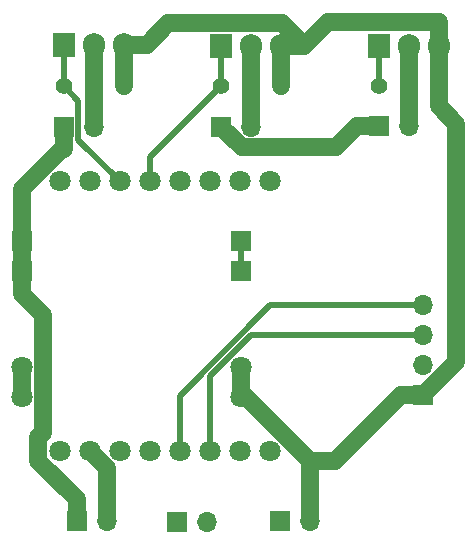
<source format=gbr>
G04 #@! TF.GenerationSoftware,KiCad,Pcbnew,(5.0.0)*
G04 #@! TF.CreationDate,2018-09-13T14:36:50-04:00*
G04 #@! TF.ProjectId,ClockClock,436C6F636B436C6F636B2E6B69636164,v1*
G04 #@! TF.SameCoordinates,Original*
G04 #@! TF.FileFunction,Copper,L1,Top,Signal*
G04 #@! TF.FilePolarity,Positive*
%FSLAX46Y46*%
G04 Gerber Fmt 4.6, Leading zero omitted, Abs format (unit mm)*
G04 Created by KiCad (PCBNEW (5.0.0)) date 09/13/18 14:36:50*
%MOMM*%
%LPD*%
G01*
G04 APERTURE LIST*
G04 #@! TA.AperFunction,ComponentPad*
%ADD10O,1.700000X1.700000*%
G04 #@! TD*
G04 #@! TA.AperFunction,ComponentPad*
%ADD11R,1.700000X1.700000*%
G04 #@! TD*
G04 #@! TA.AperFunction,ComponentPad*
%ADD12C,1.800000*%
G04 #@! TD*
G04 #@! TA.AperFunction,ComponentPad*
%ADD13R,1.800000X1.800000*%
G04 #@! TD*
G04 #@! TA.AperFunction,ComponentPad*
%ADD14O,1.400000X1.400000*%
G04 #@! TD*
G04 #@! TA.AperFunction,ComponentPad*
%ADD15C,1.400000*%
G04 #@! TD*
G04 #@! TA.AperFunction,ComponentPad*
%ADD16O,1.905000X2.000000*%
G04 #@! TD*
G04 #@! TA.AperFunction,ComponentPad*
%ADD17R,1.905000X2.000000*%
G04 #@! TD*
G04 #@! TA.AperFunction,Conductor*
%ADD18C,1.500000*%
G04 #@! TD*
G04 #@! TA.AperFunction,Conductor*
%ADD19C,0.500000*%
G04 #@! TD*
G04 APERTURE END LIST*
D10*
G04 #@! TO.P,J1,4*
G04 #@! TO.N,Net-(J1-Pad4)*
X110159000Y-138316000D03*
G04 #@! TO.P,J1,3*
G04 #@! TO.N,Net-(J1-Pad3)*
X110159000Y-140856000D03*
G04 #@! TO.P,J1,2*
G04 #@! TO.N,Net-(J1-Pad2)*
X110159000Y-143396000D03*
D11*
G04 #@! TO.P,J1,1*
G04 #@! TO.N,GND*
X110159000Y-145936000D03*
G04 #@! TD*
D12*
G04 #@! TO.P,U2,8*
G04 #@! TO.N,Net-(U2-Pad8)*
X97225000Y-150687000D03*
G04 #@! TO.P,U2,9*
G04 #@! TO.N,Net-(U2-Pad9)*
X97225000Y-127827000D03*
G04 #@! TO.P,U2,7*
G04 #@! TO.N,Net-(U2-Pad7)*
X94685000Y-150687000D03*
G04 #@! TO.P,U2,10*
G04 #@! TO.N,Net-(U2-Pad10)*
X94685000Y-127827000D03*
G04 #@! TO.P,U2,6*
G04 #@! TO.N,Net-(J1-Pad3)*
X92145000Y-150687000D03*
G04 #@! TO.P,U2,11*
G04 #@! TO.N,Net-(U2-Pad11)*
X92145000Y-127827000D03*
G04 #@! TO.P,U2,5*
G04 #@! TO.N,Net-(J1-Pad4)*
X89605000Y-150687000D03*
G04 #@! TO.P,U2,12*
G04 #@! TO.N,Net-(LED1-Pad1)*
X89605000Y-127827000D03*
G04 #@! TO.P,U2,4*
G04 #@! TO.N,Net-(J7-Pad1)*
X87065000Y-150687000D03*
G04 #@! TO.P,U2,13*
G04 #@! TO.N,Net-(Q2-Pad1)*
X87065000Y-127827000D03*
G04 #@! TO.P,U2,3*
G04 #@! TO.N,Net-(U2-Pad3)*
X84525000Y-150687000D03*
G04 #@! TO.P,U2,14*
G04 #@! TO.N,Net-(BUZZ1-Pad1)*
X84525000Y-127827000D03*
G04 #@! TO.P,U2,2*
G04 #@! TO.N,GND*
X81985000Y-150687000D03*
G04 #@! TO.P,U2,15*
G04 #@! TO.N,Net-(U2-Pad15)*
X81985000Y-127827000D03*
G04 #@! TO.P,U2,1*
G04 #@! TO.N,Net-(U2-Pad1)*
X79445000Y-150687000D03*
G04 #@! TO.P,U2,16*
G04 #@! TO.N,Net-(J1-Pad2)*
X79445000Y-127827000D03*
G04 #@! TD*
D13*
G04 #@! TO.P,U1,7*
G04 #@! TO.N,+12V*
X76229000Y-132896000D03*
G04 #@! TO.P,U1,5*
X76229000Y-135436000D03*
G04 #@! TO.P,U1,6*
G04 #@! TO.N,Net-(J2-Pad1)*
X94771000Y-135436000D03*
G04 #@! TO.P,U1,8*
X94771000Y-132896000D03*
D12*
G04 #@! TO.P,U1,3*
G04 #@! TO.N,GND*
X76229000Y-143564000D03*
G04 #@! TO.P,U1,1*
X76229000Y-146104000D03*
G04 #@! TO.P,U1,4*
X94771000Y-143564000D03*
G04 #@! TO.P,U1,2*
X94771000Y-146104000D03*
G04 #@! TD*
D10*
G04 #@! TO.P,J5,2*
G04 #@! TO.N,Net-(J5-Pad2)*
X109015000Y-123092000D03*
D11*
G04 #@! TO.P,J5,1*
G04 #@! TO.N,+12V*
X106475000Y-123092000D03*
G04 #@! TD*
D10*
G04 #@! TO.P,J4,2*
G04 #@! TO.N,Net-(J4-Pad2)*
X95631000Y-123190000D03*
D11*
G04 #@! TO.P,J4,1*
G04 #@! TO.N,+12V*
X93091000Y-123190000D03*
G04 #@! TD*
D10*
G04 #@! TO.P,J3,2*
G04 #@! TO.N,Net-(J3-Pad2)*
X82296000Y-123190000D03*
D11*
G04 #@! TO.P,J3,1*
G04 #@! TO.N,+12V*
X79756000Y-123190000D03*
G04 #@! TD*
D10*
G04 #@! TO.P,J2,2*
G04 #@! TO.N,Net-(J1-Pad2)*
X91858600Y-156659000D03*
D11*
G04 #@! TO.P,J2,1*
G04 #@! TO.N,Net-(J2-Pad1)*
X89318600Y-156659000D03*
G04 #@! TD*
D14*
G04 #@! TO.P,BUZZ1,2*
G04 #@! TO.N,GND*
X84843900Y-119761000D03*
D15*
G04 #@! TO.P,BUZZ1,1*
G04 #@! TO.N,Net-(BUZZ1-Pad1)*
X79763900Y-119761000D03*
G04 #@! TD*
D14*
G04 #@! TO.P,LED1,2*
G04 #@! TO.N,GND*
X111555000Y-119761000D03*
D15*
G04 #@! TO.P,LED1,1*
G04 #@! TO.N,Net-(LED1-Pad1)*
X106475000Y-119761000D03*
G04 #@! TD*
D16*
G04 #@! TO.P,Q1,3*
G04 #@! TO.N,GND*
X84843900Y-116274000D03*
G04 #@! TO.P,Q1,2*
G04 #@! TO.N,Net-(J3-Pad2)*
X82303900Y-116274000D03*
D17*
G04 #@! TO.P,Q1,1*
G04 #@! TO.N,Net-(BUZZ1-Pad1)*
X79763900Y-116274000D03*
G04 #@! TD*
D16*
G04 #@! TO.P,Q2,3*
G04 #@! TO.N,GND*
X98163100Y-116326000D03*
G04 #@! TO.P,Q2,2*
G04 #@! TO.N,Net-(J4-Pad2)*
X95623100Y-116326000D03*
D17*
G04 #@! TO.P,Q2,1*
G04 #@! TO.N,Net-(Q2-Pad1)*
X93083100Y-116326000D03*
G04 #@! TD*
D16*
G04 #@! TO.P,Q3,3*
G04 #@! TO.N,GND*
X111557000Y-116329000D03*
G04 #@! TO.P,Q3,2*
G04 #@! TO.N,Net-(J5-Pad2)*
X109017000Y-116329000D03*
D17*
G04 #@! TO.P,Q3,1*
G04 #@! TO.N,Net-(LED1-Pad1)*
X106477000Y-116329000D03*
G04 #@! TD*
D14*
G04 #@! TO.P,VIBE1,2*
G04 #@! TO.N,GND*
X98171000Y-119761000D03*
D15*
G04 #@! TO.P,VIBE1,1*
G04 #@! TO.N,Net-(Q2-Pad1)*
X93091000Y-119761000D03*
G04 #@! TD*
D11*
G04 #@! TO.P,J6,1*
G04 #@! TO.N,+12V*
X80880100Y-156583000D03*
D10*
G04 #@! TO.P,J6,2*
G04 #@! TO.N,GND*
X83420100Y-156583000D03*
G04 #@! TD*
D11*
G04 #@! TO.P,J7,1*
G04 #@! TO.N,Net-(J7-Pad1)*
X98044000Y-156591000D03*
D10*
G04 #@! TO.P,J7,2*
G04 #@! TO.N,GND*
X100584000Y-156591000D03*
G04 #@! TD*
D18*
G04 #@! TO.N,+12V*
X76229000Y-135436000D02*
X76229000Y-132896000D01*
X76229000Y-136386000D02*
X76229000Y-135436000D01*
X76229000Y-136386000D02*
X76229000Y-137336000D01*
X106475000Y-123092000D02*
X104625000Y-123092000D01*
X104625000Y-123092000D02*
X102791900Y-124925100D01*
X102791900Y-124925100D02*
X94826100Y-124925100D01*
X94826100Y-124925100D02*
X93091000Y-123190000D01*
X79756000Y-123190000D02*
X79756000Y-125040000D01*
X79756000Y-125040000D02*
X79640400Y-125040000D01*
X79640400Y-125040000D02*
X76229000Y-128451400D01*
X76229000Y-128451400D02*
X76229000Y-132896000D01*
X80880100Y-156583000D02*
X80880100Y-154733000D01*
X80880100Y-154733000D02*
X77625700Y-151478600D01*
X77625700Y-151478600D02*
X77625700Y-149477800D01*
X77625700Y-149477800D02*
X78010200Y-149093300D01*
X78010200Y-149093300D02*
X78010200Y-139117200D01*
X78010200Y-139117200D02*
X76229000Y-137336000D01*
G04 #@! TO.N,GND*
X100115600Y-116326000D02*
X98238300Y-114448700D01*
X98238300Y-114448700D02*
X88621700Y-114448700D01*
X88621700Y-114448700D02*
X86796400Y-116274000D01*
X84843900Y-116274000D02*
X86796400Y-116274000D01*
X111557000Y-114329000D02*
X102112600Y-114329000D01*
X102112600Y-114329000D02*
X100115600Y-116326000D01*
X98163100Y-116326000D02*
X100115600Y-116326000D01*
X111557000Y-116329000D02*
X111557000Y-114329000D01*
X111555000Y-118061000D02*
X111557000Y-118059000D01*
X111557000Y-118059000D02*
X111557000Y-116329000D01*
X81985000Y-150687000D02*
X83420100Y-152122100D01*
X83420100Y-152122100D02*
X83420100Y-156583000D01*
X100584000Y-151532300D02*
X95155700Y-146104000D01*
X95155700Y-146104000D02*
X94771000Y-146104000D01*
X100584000Y-156591000D02*
X100584000Y-151532300D01*
X100584000Y-151532300D02*
X102712700Y-151532300D01*
X102712700Y-151532300D02*
X108309000Y-145936000D01*
X110159000Y-145936000D02*
X108309000Y-145936000D01*
X76229000Y-146104000D02*
X76229000Y-143564000D01*
X94771000Y-146104000D02*
X94771000Y-143564000D01*
X111555000Y-119761000D02*
X111555000Y-121461000D01*
X111555000Y-121461000D02*
X113016200Y-122922200D01*
X113016200Y-122922200D02*
X113016200Y-143078800D01*
X113016200Y-143078800D02*
X110159000Y-145936000D01*
X111555000Y-118911000D02*
X111555000Y-119761000D01*
X111555000Y-118911000D02*
X111555000Y-118061000D01*
X84843900Y-116274000D02*
X84843900Y-119761000D01*
X98163100Y-116326000D02*
X98163100Y-118326000D01*
X98163100Y-118326000D02*
X98171000Y-118333900D01*
X98171000Y-118333900D02*
X98171000Y-119761000D01*
D19*
G04 #@! TO.N,Net-(J2-Pad1)*
X94771000Y-132896000D02*
X94771000Y-135436000D01*
G04 #@! TO.N,Net-(BUZZ1-Pad1)*
X79763900Y-119761000D02*
X80983400Y-120980500D01*
X80983400Y-120980500D02*
X80983400Y-124285400D01*
X80983400Y-124285400D02*
X84525000Y-127827000D01*
X79763900Y-116274000D02*
X79763900Y-119761000D01*
G04 #@! TO.N,Net-(J1-Pad3)*
X110159000Y-140856000D02*
X108809000Y-140856000D01*
X92145000Y-150687000D02*
X92145000Y-144326400D01*
X92145000Y-144326400D02*
X95615400Y-140856000D01*
X95615400Y-140856000D02*
X108809000Y-140856000D01*
G04 #@! TO.N,Net-(J1-Pad4)*
X110159000Y-138316000D02*
X97268200Y-138316000D01*
X97268200Y-138316000D02*
X89605000Y-145979200D01*
X89605000Y-145979200D02*
X89605000Y-150687000D01*
D18*
G04 #@! TO.N,Net-(J3-Pad2)*
X82296000Y-123190000D02*
X82296000Y-121340000D01*
X82303900Y-116274000D02*
X82303900Y-121332100D01*
X82303900Y-121332100D02*
X82296000Y-121340000D01*
G04 #@! TO.N,Net-(J4-Pad2)*
X95623100Y-116326000D02*
X95623100Y-118326000D01*
X95623100Y-118326000D02*
X95631000Y-118333900D01*
X95631000Y-118333900D02*
X95631000Y-123190000D01*
G04 #@! TO.N,Net-(J5-Pad2)*
X109015000Y-123092000D02*
X109015000Y-121242000D01*
X109017000Y-116329000D02*
X109017000Y-121240000D01*
X109017000Y-121240000D02*
X109015000Y-121242000D01*
D19*
G04 #@! TO.N,Net-(LED1-Pad1)*
X106477000Y-116329000D02*
X106477000Y-117829000D01*
X106477000Y-117829000D02*
X106475000Y-117831000D01*
X106475000Y-117831000D02*
X106475000Y-119761000D01*
G04 #@! TO.N,Net-(Q2-Pad1)*
X93091000Y-119761000D02*
X87065000Y-125787000D01*
X87065000Y-125787000D02*
X87065000Y-127827000D01*
X93083100Y-116326000D02*
X93083100Y-119753100D01*
X93083100Y-119753100D02*
X93091000Y-119761000D01*
G04 #@! TD*
M02*

</source>
